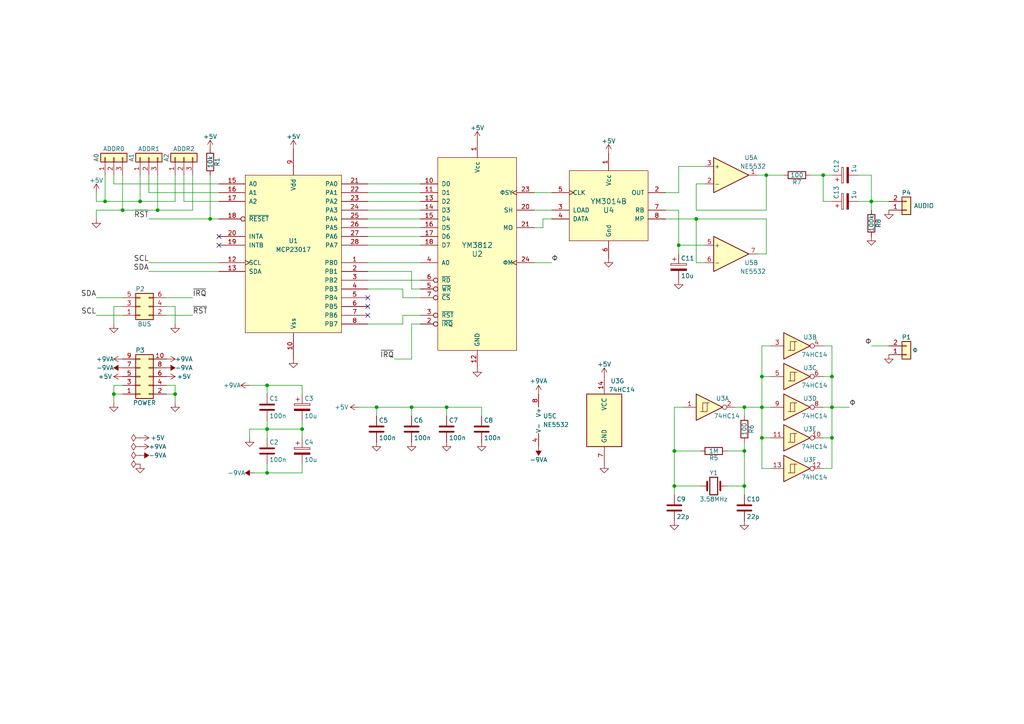
<source format=kicad_sch>
(kicad_sch (version 20211123) (generator eeschema)
  (paper "A4")
  (lib_symbols
    (symbol "74xx:74HC14" (pin_names (offset 1.016))
      (property "Reference" "U" (at 0 1.27 0))
      (property "Value" "74HC14" (at 0 -1.27 0))
      (symbol "74HC14_1_0"
        (polyline (pts (xy -3.81 3.81) (xy -3.81 -3.81) (xy 3.81 0) (xy -3.81 3.81)) (stroke (width 0.254)) (fill (type background)))
        (pin input line (at -7.62 0 0) (length 3.81) (name "~") (number "1"))
        (pin output inverted (at 7.62 0 180) (length 3.81) (name "~") (number "2"))
      )
      (symbol "74HC14_1_1"
        (polyline (pts (xy -1.905 -1.27) (xy -1.905 1.27) (xy -0.635 1.27)))
        (polyline (pts (xy -2.54 -1.27) (xy -0.635 -1.27) (xy -0.635 1.27) (xy 0 1.27)))
      )
      (symbol "74HC14_2_0"
        (polyline (pts (xy -3.81 3.81) (xy -3.81 -3.81) (xy 3.81 0) (xy -3.81 3.81)) (stroke (width 0.254)) (fill (type background)))
        (pin input line (at -7.62 0 0) (length 3.81) (name "~") (number "3"))
        (pin output inverted (at 7.62 0 180) (length 3.81) (name "~") (number "4"))
      )
      (symbol "74HC14_2_1"
        (polyline (pts (xy -1.905 -1.27) (xy -1.905 1.27) (xy -0.635 1.27)))
        (polyline (pts (xy -2.54 -1.27) (xy -0.635 -1.27) (xy -0.635 1.27) (xy 0 1.27)))
      )
      (symbol "74HC14_3_0"
        (polyline (pts (xy -3.81 3.81) (xy -3.81 -3.81) (xy 3.81 0) (xy -3.81 3.81)) (stroke (width 0.254)) (fill (type background)))
        (pin input line (at -7.62 0 0) (length 3.81) (name "~") (number "5"))
        (pin output inverted (at 7.62 0 180) (length 3.81) (name "~") (number "6"))
      )
      (symbol "74HC14_3_1"
        (polyline (pts (xy -1.905 -1.27) (xy -1.905 1.27) (xy -0.635 1.27)))
        (polyline (pts (xy -2.54 -1.27) (xy -0.635 -1.27) (xy -0.635 1.27) (xy 0 1.27)))
      )
      (symbol "74HC14_4_0"
        (polyline (pts (xy -3.81 3.81) (xy -3.81 -3.81) (xy 3.81 0) (xy -3.81 3.81)) (stroke (width 0.254)) (fill (type background)))
        (pin output inverted (at 7.62 0 180) (length 3.81) (name "~") (number "8"))
        (pin input line (at -7.62 0 0) (length 3.81) (name "~") (number "9"))
      )
      (symbol "74HC14_4_1"
        (polyline (pts (xy -1.905 -1.27) (xy -1.905 1.27) (xy -0.635 1.27)))
        (polyline (pts (xy -2.54 -1.27) (xy -0.635 -1.27) (xy -0.635 1.27) (xy 0 1.27)))
      )
      (symbol "74HC14_5_0"
        (polyline (pts (xy -3.81 3.81) (xy -3.81 -3.81) (xy 3.81 0) (xy -3.81 3.81)) (stroke (width 0.254)) (fill (type background)))
        (pin output inverted (at 7.62 0 180) (length 3.81) (name "~") (number "10"))
        (pin input line (at -7.62 0 0) (length 3.81) (name "~") (number "11"))
      )
      (symbol "74HC14_5_1"
        (polyline (pts (xy -1.905 -1.27) (xy -1.905 1.27) (xy -0.635 1.27)))
        (polyline (pts (xy -2.54 -1.27) (xy -0.635 -1.27) (xy -0.635 1.27) (xy 0 1.27)))
      )
      (symbol "74HC14_6_0"
        (polyline (pts (xy -3.81 3.81) (xy -3.81 -3.81) (xy 3.81 0) (xy -3.81 3.81)) (stroke (width 0.254)) (fill (type background)))
        (pin output inverted (at 7.62 0 180) (length 3.81) (name "~") (number "12"))
        (pin input line (at -7.62 0 0) (length 3.81) (name "~") (number "13"))
      )
      (symbol "74HC14_6_1"
        (polyline (pts (xy -1.905 -1.27) (xy -1.905 1.27) (xy -0.635 1.27)))
        (polyline (pts (xy -2.54 -1.27) (xy -0.635 -1.27) (xy -0.635 1.27) (xy 0 1.27)))
      )
      (symbol "74HC14_7_0"
        (pin power_in line (at 0 12.7 270) (length 5.08) (name "VCC") (number "14"))
        (pin power_in line (at 0 -12.7 90) (length 5.08) (name "GND") (number "7"))
      )
      (symbol "74HC14_7_1"
        (rectangle (start -5.08 7.62) (end 5.08 -7.62) (stroke (width 0.254)) (fill (type background)))
      )
    )
    (symbol "Amplifier_Operational:NE5532" (pin_names (offset 0.127))
      (property "Reference" "U" (at 0 5.08 0))
      (property "Value" "NE5532" (at 0 -5.08 0))
      (symbol "NE5532_1_1"
        (polyline (pts (xy -5.08 5.08) (xy 5.08 0) (xy -5.08 -5.08) (xy -5.08 5.08)) (stroke (width 0.254)) (fill (type background)))
        (pin output line (at 7.62 0 180) (length 2.54) (name "~") (number "1"))
        (pin input line (at -7.62 -2.54 0) (length 2.54) (name "-") (number "2"))
        (pin input line (at -7.62 2.54 0) (length 2.54) (name "+") (number "3"))
      )
      (symbol "NE5532_2_1"
        (polyline (pts (xy -5.08 5.08) (xy 5.08 0) (xy -5.08 -5.08) (xy -5.08 5.08)) (stroke (width 0.254)) (fill (type background)))
        (pin input line (at -7.62 2.54 0) (length 2.54) (name "+") (number "5"))
        (pin input line (at -7.62 -2.54 0) (length 2.54) (name "-") (number "6"))
        (pin output line (at 7.62 0 180) (length 2.54) (name "~") (number "7"))
      )
      (symbol "NE5532_3_1"
        (pin power_in line (at -2.54 -7.62 90) (length 3.81) (name "V-") (number "4"))
        (pin power_in line (at -2.54 7.62 270) (length 3.81) (name "V+") (number "8"))
      )
    )
    (symbol "Connector_Generic:Conn_01x02" (pin_names (offset 1.016) hide)
      (property "Reference" "J" (at 0 2.54 0))
      (property "Value" "Conn_01x02" (at 0 -5.08 0))
      (symbol "Conn_01x02_1_1"
        (rectangle (start -1.27 -2.413) (end 0 -2.667) (stroke (width 0.1524)))
        (rectangle (start -1.27 0.127) (end 0 -0.127) (stroke (width 0.1524)))
        (rectangle (start -1.27 1.27) (end 1.27 -3.81) (stroke (width 0.254)) (fill (type background)))
        (pin passive line (at -5.08 0 0) (length 3.81) (name "Pin_1") (number "1"))
        (pin passive line (at -5.08 -2.54 0) (length 3.81) (name "Pin_2") (number "2"))
      )
    )
    (symbol "Connector_Generic:Conn_01x03" (pin_names (offset 1.016) hide)
      (property "Reference" "J" (at 0 5.08 0))
      (property "Value" "Conn_01x03" (at 0 -5.08 0))
      (symbol "Conn_01x03_1_1"
        (rectangle (start -1.27 -2.413) (end 0 -2.667) (stroke (width 0.1524)))
        (rectangle (start -1.27 0.127) (end 0 -0.127) (stroke (width 0.1524)))
        (rectangle (start -1.27 2.667) (end 0 2.413) (stroke (width 0.1524)))
        (rectangle (start -1.27 3.81) (end 1.27 -3.81) (stroke (width 0.254)) (fill (type background)))
        (pin passive line (at -5.08 2.54 0) (length 3.81) (name "Pin_1") (number "1"))
        (pin passive line (at -5.08 0 0) (length 3.81) (name "Pin_2") (number "2"))
        (pin passive line (at -5.08 -2.54 0) (length 3.81) (name "Pin_3") (number "3"))
      )
    )
    (symbol "Connector_Generic:Conn_02x03_Odd_Even" (pin_names (offset 1.016) hide)
      (property "Reference" "J" (at 1.27 5.08 0))
      (property "Value" "Conn_02x03_Odd_Even" (at 1.27 -5.08 0))
      (symbol "Conn_02x03_Odd_Even_1_1"
        (rectangle (start -1.27 -2.413) (end 0 -2.667) (stroke (width 0.1524)))
        (rectangle (start -1.27 0.127) (end 0 -0.127) (stroke (width 0.1524)))
        (rectangle (start -1.27 2.667) (end 0 2.413) (stroke (width 0.1524)))
        (rectangle (start -1.27 3.81) (end 3.81 -3.81) (stroke (width 0.254)) (fill (type background)))
        (rectangle (start 3.81 -2.413) (end 2.54 -2.667) (stroke (width 0.1524)))
        (rectangle (start 3.81 0.127) (end 2.54 -0.127) (stroke (width 0.1524)))
        (rectangle (start 3.81 2.667) (end 2.54 2.413) (stroke (width 0.1524)))
        (pin passive line (at -5.08 2.54 0) (length 3.81) (name "Pin_1") (number "1"))
        (pin passive line (at 7.62 2.54 180) (length 3.81) (name "Pin_2") (number "2"))
        (pin passive line (at -5.08 0 0) (length 3.81) (name "Pin_3") (number "3"))
        (pin passive line (at 7.62 0 180) (length 3.81) (name "Pin_4") (number "4"))
        (pin passive line (at -5.08 -2.54 0) (length 3.81) (name "Pin_5") (number "5"))
        (pin passive line (at 7.62 -2.54 180) (length 3.81) (name "Pin_6") (number "6"))
      )
    )
    (symbol "Connector_Generic:Conn_02x05_Odd_Even" (pin_names (offset 1.016) hide)
      (property "Reference" "J" (at 1.27 7.62 0))
      (property "Value" "Conn_02x05_Odd_Even" (at 1.27 -7.62 0))
      (symbol "Conn_02x05_Odd_Even_1_1"
        (rectangle (start -1.27 -4.953) (end 0 -5.207) (stroke (width 0.1524)))
        (rectangle (start -1.27 -2.413) (end 0 -2.667) (stroke (width 0.1524)))
        (rectangle (start -1.27 0.127) (end 0 -0.127) (stroke (width 0.1524)))
        (rectangle (start -1.27 2.667) (end 0 2.413) (stroke (width 0.1524)))
        (rectangle (start -1.27 5.207) (end 0 4.953) (stroke (width 0.1524)))
        (rectangle (start -1.27 6.35) (end 3.81 -6.35) (stroke (width 0.254)) (fill (type background)))
        (rectangle (start 3.81 -4.953) (end 2.54 -5.207) (stroke (width 0.1524)))
        (rectangle (start 3.81 -2.413) (end 2.54 -2.667) (stroke (width 0.1524)))
        (rectangle (start 3.81 0.127) (end 2.54 -0.127) (stroke (width 0.1524)))
        (rectangle (start 3.81 2.667) (end 2.54 2.413) (stroke (width 0.1524)))
        (rectangle (start 3.81 5.207) (end 2.54 4.953) (stroke (width 0.1524)))
        (pin passive line (at -5.08 5.08 0) (length 3.81) (name "Pin_1") (number "1"))
        (pin passive line (at 7.62 -5.08 180) (length 3.81) (name "Pin_10") (number "10"))
        (pin passive line (at 7.62 5.08 180) (length 3.81) (name "Pin_2") (number "2"))
        (pin passive line (at -5.08 2.54 0) (length 3.81) (name "Pin_3") (number "3"))
        (pin passive line (at 7.62 2.54 180) (length 3.81) (name "Pin_4") (number "4"))
        (pin passive line (at -5.08 0 0) (length 3.81) (name "Pin_5") (number "5"))
        (pin passive line (at 7.62 0 180) (length 3.81) (name "Pin_6") (number "6"))
        (pin passive line (at -5.08 -2.54 0) (length 3.81) (name "Pin_7") (number "7"))
        (pin passive line (at 7.62 -2.54 180) (length 3.81) (name "Pin_8") (number "8"))
        (pin passive line (at -5.08 -5.08 0) (length 3.81) (name "Pin_9") (number "9"))
      )
    )
    (symbol "Device:C" (pin_numbers hide) (pin_names (offset 0.254))
      (property "Reference" "C" (at 0.635 2.54 0))
      (property "Value" "C" (at 0.635 -2.54 0))
      (symbol "C_0_1"
        (polyline (pts (xy -2.032 -0.762) (xy 2.032 -0.762)) (stroke (width 0.508)))
        (polyline (pts (xy -2.032 0.762) (xy 2.032 0.762)) (stroke (width 0.508)))
      )
      (symbol "C_1_1"
        (pin passive line (at 0 3.81 270) (length 2.794) (name "~") (number "1"))
        (pin passive line (at 0 -3.81 90) (length 2.794) (name "~") (number "2"))
      )
    )
    (symbol "Device:C_Polarized" (pin_numbers hide) (pin_names (offset 0.254))
      (property "Reference" "C" (at 0.635 2.54 0))
      (property "Value" "C_Polarized" (at 0.635 -2.54 0))
      (symbol "C_Polarized_0_1"
        (rectangle (start -2.286 0.508) (end 2.286 1.016))
        (polyline (pts (xy -1.778 2.286) (xy -0.762 2.286)))
        (polyline (pts (xy -1.27 2.794) (xy -1.27 1.778)))
        (rectangle (start 2.286 -0.508) (end -2.286 -1.016) (fill (type outline)))
      )
      (symbol "C_Polarized_1_1"
        (pin passive line (at 0 3.81 270) (length 2.794) (name "~") (number "1"))
        (pin passive line (at 0 -3.81 90) (length 2.794) (name "~") (number "2"))
      )
    )
    (symbol "Device:Crystal" (pin_numbers hide) (pin_names (offset 1.016) hide)
      (property "Reference" "Y" (at 0 3.81 0))
      (property "Value" "Crystal" (at 0 -3.81 0))
      (symbol "Crystal_0_1"
        (rectangle (start -1.143 2.54) (end 1.143 -2.54) (stroke (width 0.3048)))
        (polyline (pts (xy -2.54 0) (xy -1.905 0)))
        (polyline (pts (xy -1.905 -1.27) (xy -1.905 1.27)) (stroke (width 0.508)))
        (polyline (pts (xy 1.905 -1.27) (xy 1.905 1.27)) (stroke (width 0.508)))
        (polyline (pts (xy 2.54 0) (xy 1.905 0)))
      )
      (symbol "Crystal_1_1"
        (pin passive line (at -3.81 0 0) (length 1.27) (name "1") (number "1"))
        (pin passive line (at 3.81 0 180) (length 1.27) (name "2") (number "2"))
      )
    )
    (symbol "Device:R" (pin_numbers hide) (pin_names (offset 0))
      (property "Reference" "R" (at 2.032 0 90))
      (property "Value" "R" (at 0 0 90))
      (symbol "R_0_1"
        (rectangle (start -1.016 -2.54) (end 1.016 2.54) (stroke (width 0.254)))
      )
      (symbol "R_1_1"
        (pin passive line (at 0 3.81 270) (length 1.27) (name "~") (number "1"))
        (pin passive line (at 0 -3.81 90) (length 1.27) (name "~") (number "2"))
      )
    )
    (symbol "mcp23017:MCP23017" (pin_names (offset 1.016))
      (property "Reference" "U" (at 0 20.32 0))
      (property "Value" "MCP23017" (at 0 17.78 0))
      (symbol "MCP23017_0_1"
        (rectangle (start -13.97 -6.35) (end 13.97 39.37) (fill (type background)))
      )
      (symbol "MCP23017_1_1"
        (pin tri_state line (at 21.59 13.97 180) (length 7.62) (name "PB0") (number "1"))
        (pin power_in line (at 0 -13.97 90) (length 7.62) (name "Vss") (number "10"))
        (pin no_connect line (at -17.78 6.35 0) (length 5.08) hide (name "~") (number "11"))
        (pin input clock (at -21.59 13.97 0) (length 7.62) (name "SCL") (number "12"))
        (pin bidirectional line (at -21.59 11.43 0) (length 7.62) (name "SDA") (number "13"))
        (pin no_connect line (at -17.78 3.81 0) (length 5.08) hide (name "~") (number "14"))
        (pin input line (at -21.59 36.83 0) (length 7.62) (name "A0") (number "15"))
        (pin input line (at -21.59 34.29 0) (length 7.62) (name "A1") (number "16"))
        (pin input line (at -21.59 31.75 0) (length 7.62) (name "A2") (number "17"))
        (pin input inverted (at -21.59 26.67 0) (length 7.62) (name "~{RESET}") (number "18"))
        (pin output line (at -21.59 19.05 0) (length 7.62) (name "INTB") (number "19"))
        (pin tri_state line (at 21.59 11.43 180) (length 7.62) (name "PB1") (number "2"))
        (pin output line (at -21.59 21.59 0) (length 7.62) (name "INTA") (number "20"))
        (pin tri_state line (at 21.59 36.83 180) (length 7.62) (name "PA0") (number "21"))
        (pin tri_state line (at 21.59 34.29 180) (length 7.62) (name "PA1") (number "22"))
        (pin tri_state line (at 21.59 31.75 180) (length 7.62) (name "PA2") (number "23"))
        (pin tri_state line (at 21.59 29.21 180) (length 7.62) (name "PA3") (number "24"))
        (pin tri_state line (at 21.59 26.67 180) (length 7.62) (name "PA4") (number "25"))
        (pin tri_state line (at 21.59 24.13 180) (length 7.62) (name "PA5") (number "26"))
        (pin tri_state line (at 21.59 21.59 180) (length 7.62) (name "PA6") (number "27"))
        (pin tri_state line (at 21.59 19.05 180) (length 7.62) (name "PA7") (number "28"))
        (pin tri_state line (at 21.59 8.89 180) (length 7.62) (name "PB2") (number "3"))
        (pin tri_state line (at 21.59 6.35 180) (length 7.62) (name "PB3") (number "4"))
        (pin tri_state line (at 21.59 3.81 180) (length 7.62) (name "PB4") (number "5"))
        (pin tri_state line (at 21.59 1.27 180) (length 7.62) (name "PB5") (number "6"))
        (pin tri_state line (at 21.59 -1.27 180) (length 7.62) (name "PB6") (number "7"))
        (pin tri_state line (at 21.59 -3.81 180) (length 7.62) (name "PB7") (number "8"))
        (pin power_in line (at 0 46.99 270) (length 7.62) (name "Vdd") (number "9"))
      )
    )
    (symbol "power:+5V" (power) (pin_names (offset 0))
      (property "Value" "+5V" (at 0 3.556 0))
      (symbol "+5V_0_1"
        (polyline (pts (xy -0.762 1.27) (xy 0 2.54)))
        (polyline (pts (xy 0 0) (xy 0 2.54)))
        (polyline (pts (xy 0 2.54) (xy 0.762 1.27)))
      )
      (symbol "+5V_1_1"
        (pin power_in line (at 0 0 90) (length 0) hide (name "+5V") (number "1"))
      )
    )
    (symbol "power:+9VA" (power) (pin_names (offset 0))
      (property "Value" "+9VA" (at 0 3.81 0))
      (symbol "+9VA_0_1"
        (polyline (pts (xy -0.762 1.27) (xy 0 2.54)))
        (polyline (pts (xy 0 0) (xy 0 2.54)))
        (polyline (pts (xy 0 2.54) (xy 0.762 1.27)))
      )
      (symbol "+9VA_1_1"
        (pin power_in line (at 0 0 90) (length 0) hide (name "+9VA") (number "1"))
      )
    )
    (symbol "power:-9VA" (power) (pin_names (offset 0))
      (property "Value" "-9VA" (at 0 3.81 0))
      (symbol "-9VA_0_1"
        (polyline (pts (xy 0 0) (xy 0 2.54)))
        (polyline (pts (xy 0.762 1.27) (xy -0.762 1.27) (xy 0 2.54) (xy 0.762 1.27)) (fill (type outline)))
      )
      (symbol "-9VA_1_1"
        (pin power_in line (at 0 0 90) (length 0) hide (name "-9VA") (number "1"))
      )
    )
    (symbol "power:GND" (power) (pin_names (offset 0))
      (property "Value" "GND" (at 0 -3.81 0))
      (symbol "GND_0_1"
        (polyline (pts (xy 0 0) (xy 0 -1.27) (xy 1.27 -1.27) (xy 0 -2.54) (xy -1.27 -1.27) (xy 0 -1.27)))
      )
      (symbol "GND_1_1"
        (pin power_in line (at 0 0 270) (length 0) hide (name "GND") (number "1"))
      )
    )
    (symbol "power:PWR_FLAG" (power) (pin_numbers hide) (pin_names (offset 0) hide)
      (property "Value" "PWR_FLAG" (at 0 3.81 0))
      (symbol "PWR_FLAG_0_0"
        (pin power_out line (at 0 0 90) (length 0) (name "pwr") (number "1"))
      )
      (symbol "PWR_FLAG_0_1"
        (polyline (pts (xy 0 0) (xy 0 1.27) (xy -1.016 1.905) (xy 0 2.54) (xy 1.016 1.905) (xy 0 1.27)))
      )
    )
    (symbol "ym3014b:YM3014B" (pin_names (offset 1.016))
      (property "Reference" "U" (at -6.35 -1.27 0))
      (property "Value" "YM3014B" (at -6.35 1.27 0))
      (symbol "YM3014B_0_1"
        (rectangle (start -17.78 10.16) (end 5.08 -10.16) (fill (type background)))
      )
      (symbol "YM3014B_1_1"
        (pin power_in line (at -6.35 15.24 270) (length 5.08) (name "Vcc") (number "1"))
        (pin output line (at 10.16 3.81 180) (length 5.08) (name "OUT") (number "2"))
        (pin input line (at -22.86 -1.27 0) (length 5.08) (name "LOAD") (number "3"))
        (pin input line (at -22.86 -3.81 0) (length 5.08) (name "DATA") (number "4"))
        (pin input clock (at -22.86 3.81 0) (length 5.08) (name "CLK") (number "5"))
        (pin power_in line (at -6.35 -15.24 90) (length 5.08) (name "Gnd") (number "6"))
        (pin output line (at 10.16 -1.27 180) (length 5.08) (name "RB") (number "7"))
        (pin input line (at 10.16 -3.81 180) (length 5.08) (name "MP") (number "8"))
      )
    )
    (symbol "ym3812:YM3812" (pin_names (offset 1.016))
      (property "Reference" "U" (at 0 -11.43 0))
      (property "Value" "YM3812" (at 0 -8.89 0))
      (symbol "YM3812_0_1"
        (rectangle (start -11.43 16.51) (end 11.43 -39.37) (fill (type background)))
      )
      (symbol "YM3812_1_1"
        (pin power_in line (at 0 21.59 270) (length 5.08) (name "Vcc") (number "1"))
        (pin tri_state line (at -16.51 8.89 0) (length 5.08) (name "D0") (number "10"))
        (pin tri_state line (at -16.51 6.35 0) (length 5.08) (name "D1") (number "11"))
        (pin power_in line (at 0 -44.45 90) (length 5.08) (name "GND") (number "12"))
        (pin tri_state line (at -16.51 3.81 0) (length 5.08) (name "D2") (number "13"))
        (pin tri_state line (at -16.51 1.27 0) (length 5.08) (name "D3") (number "14"))
        (pin tri_state line (at -16.51 -1.27 0) (length 5.08) (name "D4") (number "15"))
        (pin tri_state line (at -16.51 -3.81 0) (length 5.08) (name "D5") (number "16"))
        (pin tri_state line (at -16.51 -6.35 0) (length 5.08) (name "D6") (number "17"))
        (pin tri_state line (at -16.51 -8.89 0) (length 5.08) (name "D7") (number "18"))
        (pin output inverted (at -16.51 -31.75 0) (length 5.08) (name "~{IRQ}") (number "2"))
        (pin output line (at 16.51 1.27 180) (length 5.08) (name "SH") (number "20"))
        (pin output line (at 16.51 -3.81 180) (length 5.08) (name "MO") (number "21"))
        (pin output clock (at 16.51 6.35 180) (length 5.08) (name "ΦSY") (number "23"))
        (pin input clock (at 16.51 -13.97 180) (length 5.08) (name "ΦM") (number "24"))
        (pin input inverted (at -16.51 -29.21 0) (length 5.08) (name "~{RST}") (number "3"))
        (pin input line (at -16.51 -13.97 0) (length 5.08) (name "A0") (number "4"))
        (pin input inverted (at -16.51 -21.59 0) (length 5.08) (name "~{WR}") (number "5"))
        (pin input inverted (at -16.51 -19.05 0) (length 5.08) (name "~{RD}") (number "6"))
        (pin input inverted (at -16.51 -24.13 0) (length 5.08) (name "~{CS}") (number "7"))
        (pin no_connect line (at 15.24 -29.21 180) (length 5.08) hide (name "~") (number "8"))
        (pin no_connect line (at 15.24 -31.75 180) (length 5.08) hide (name "~") (number "9"))
      )
    )
  )
  (junction (at 238.76 50.8))
  (junction (at 222.25 50.8))
  (junction (at 252.73 58.42))
  (junction (at 60.96 63.5))
  (junction (at 35.56 60.96))
  (junction (at 241.3 109.22))
  (junction (at 40.64 58.42))
  (junction (at 220.98 127))
  (junction (at 201.93 63.5))
  (junction (at 215.9 130.81))
  (junction (at 109.22 118.11))
  (junction (at 241.3 118.11))
  (junction (at 195.58 130.81))
  (junction (at 196.85 71.12))
  (junction (at 195.58 140.97))
  (junction (at 77.47 111.76))
  (junction (at 77.47 137.16))
  (junction (at 119.38 118.11))
  (junction (at 45.72 60.96))
  (junction (at 50.8 114.3))
  (junction (at 129.54 118.11))
  (junction (at 215.9 118.11))
  (junction (at 241.3 127))
  (junction (at 220.98 109.22))
  (junction (at 33.02 114.3))
  (junction (at 215.9 140.97))
  (junction (at 87.63 124.46))
  (junction (at 77.47 124.46))
  (junction (at 30.48 58.42))
  (junction (at 220.98 118.11))
  (no_connect (at 63.5 71.12))
  (no_connect (at 106.68 91.44))
  (no_connect (at 63.5 68.58))
  (no_connect (at 106.68 88.9))
  (no_connect (at 106.68 86.36))
  (wire (pts (xy 72.39 111.76) (xy 77.47 111.76)))
  (wire (pts (xy 77.47 124.46) (xy 77.47 127)))
  (wire (pts (xy 241.3 118.11) (xy 241.3 127)))
  (wire (pts (xy 40.64 50.8) (xy 40.64 58.42)))
  (wire (pts (xy 222.25 63.5) (xy 201.93 63.5)))
  (wire (pts (xy 48.26 88.9) (xy 50.8 88.9)))
  (wire (pts (xy 210.82 130.81) (xy 215.9 130.81)))
  (wire (pts (xy 87.63 124.46) (xy 87.63 127)))
  (wire (pts (xy 72.39 124.46) (xy 72.39 127)))
  (wire (pts (xy 119.38 120.65) (xy 119.38 118.11)))
  (wire (pts (xy 213.36 118.11) (xy 215.9 118.11)))
  (wire (pts (xy 106.68 93.98) (xy 116.84 93.98)))
  (wire (pts (xy 252.73 58.42) (xy 252.73 60.96)))
  (wire (pts (xy 222.25 50.8) (xy 222.25 60.96)))
  (wire (pts (xy 195.58 140.97) (xy 203.2 140.97)))
  (wire (pts (xy 241.3 109.22) (xy 241.3 118.11)))
  (wire (pts (xy 35.56 91.44) (xy 27.94 91.44)))
  (wire (pts (xy 160.02 60.96) (xy 154.94 60.96)))
  (wire (pts (xy 195.58 118.11) (xy 195.58 130.81)))
  (wire (pts (xy 48.26 91.44) (xy 55.88 91.44)))
  (wire (pts (xy 204.47 76.2) (xy 201.93 76.2)))
  (wire (pts (xy 201.93 63.5) (xy 193.04 63.5)))
  (wire (pts (xy 223.52 109.22) (xy 220.98 109.22)))
  (wire (pts (xy 27.94 60.96) (xy 35.56 60.96)))
  (wire (pts (xy 60.96 63.5) (xy 63.5 63.5)))
  (wire (pts (xy 43.18 55.88) (xy 63.5 55.88)))
  (wire (pts (xy 109.22 120.65) (xy 109.22 118.11)))
  (wire (pts (xy 195.58 140.97) (xy 195.58 143.51)))
  (wire (pts (xy 48.26 114.3) (xy 50.8 114.3)))
  (wire (pts (xy 238.76 118.11) (xy 241.3 118.11)))
  (wire (pts (xy 33.02 111.76) (xy 33.02 114.3)))
  (wire (pts (xy 45.72 60.96) (xy 55.88 60.96)))
  (wire (pts (xy 157.48 66.04) (xy 157.48 63.5)))
  (wire (pts (xy 220.98 135.89) (xy 223.52 135.89)))
  (wire (pts (xy 30.48 58.42) (xy 30.48 50.8)))
  (wire (pts (xy 77.47 137.16) (xy 87.63 137.16)))
  (wire (pts (xy 43.18 50.8) (xy 43.18 55.88)))
  (wire (pts (xy 35.56 88.9) (xy 33.02 88.9)))
  (wire (pts (xy 210.82 140.97) (xy 215.9 140.97)))
  (wire (pts (xy 106.68 53.34) (xy 121.92 53.34)))
  (wire (pts (xy 238.76 58.42) (xy 238.76 50.8)))
  (wire (pts (xy 53.34 58.42) (xy 63.5 58.42)))
  (wire (pts (xy 220.98 109.22) (xy 220.98 118.11)))
  (wire (pts (xy 116.84 86.36) (xy 121.92 86.36)))
  (wire (pts (xy 222.25 60.96) (xy 201.93 60.96)))
  (wire (pts (xy 27.94 63.5) (xy 27.94 60.96)))
  (wire (pts (xy 201.93 76.2) (xy 201.93 63.5)))
  (wire (pts (xy 215.9 140.97) (xy 215.9 143.51)))
  (wire (pts (xy 106.68 71.12) (xy 121.92 71.12)))
  (wire (pts (xy 196.85 71.12) (xy 196.85 73.66)))
  (wire (pts (xy 116.84 86.36) (xy 116.84 83.82)))
  (wire (pts (xy 139.7 118.11) (xy 139.7 120.65)))
  (wire (pts (xy 196.85 60.96) (xy 196.85 71.12)))
  (wire (pts (xy 106.68 60.96) (xy 121.92 60.96)))
  (wire (pts (xy 43.18 78.74) (xy 63.5 78.74)))
  (wire (pts (xy 215.9 120.65) (xy 215.9 118.11)))
  (wire (pts (xy 50.8 114.3) (xy 50.8 116.84)))
  (wire (pts (xy 33.02 114.3) (xy 33.02 116.84)))
  (wire (pts (xy 257.81 100.33) (xy 252.73 100.33)))
  (wire (pts (xy 195.58 130.81) (xy 195.58 140.97)))
  (wire (pts (xy 30.48 58.42) (xy 40.64 58.42)))
  (wire (pts (xy 204.47 71.12) (xy 196.85 71.12)))
  (wire (pts (xy 50.8 58.42) (xy 50.8 50.8)))
  (wire (pts (xy 201.93 60.96) (xy 201.93 53.34)))
  (wire (pts (xy 219.71 50.8) (xy 222.25 50.8)))
  (wire (pts (xy 77.47 114.3) (xy 77.47 111.76)))
  (wire (pts (xy 203.2 130.81) (xy 195.58 130.81)))
  (wire (pts (xy 222.25 73.66) (xy 222.25 63.5)))
  (wire (pts (xy 53.34 50.8) (xy 53.34 58.42)))
  (wire (pts (xy 35.56 50.8) (xy 35.56 60.96)))
  (wire (pts (xy 121.92 63.5) (xy 106.68 63.5)))
  (wire (pts (xy 121.92 76.2) (xy 106.68 76.2)))
  (wire (pts (xy 43.18 63.5) (xy 60.96 63.5)))
  (wire (pts (xy 27.94 58.42) (xy 30.48 58.42)))
  (wire (pts (xy 45.72 60.96) (xy 45.72 50.8)))
  (wire (pts (xy 220.98 100.33) (xy 220.98 109.22)))
  (wire (pts (xy 223.52 127) (xy 220.98 127)))
  (wire (pts (xy 220.98 118.11) (xy 223.52 118.11)))
  (wire (pts (xy 154.94 76.2) (xy 160.02 76.2)))
  (wire (pts (xy 219.71 73.66) (xy 222.25 73.66)))
  (wire (pts (xy 87.63 111.76) (xy 87.63 114.3)))
  (wire (pts (xy 223.52 100.33) (xy 220.98 100.33)))
  (wire (pts (xy 35.56 114.3) (xy 33.02 114.3)))
  (wire (pts (xy 154.94 66.04) (xy 157.48 66.04)))
  (wire (pts (xy 116.84 91.44) (xy 121.92 91.44)))
  (wire (pts (xy 201.93 53.34) (xy 204.47 53.34)))
  (wire (pts (xy 116.84 93.98) (xy 116.84 91.44)))
  (wire (pts (xy 248.92 50.8) (xy 252.73 50.8)))
  (wire (pts (xy 234.95 50.8) (xy 238.76 50.8)))
  (wire (pts (xy 252.73 50.8) (xy 252.73 58.42)))
  (wire (pts (xy 35.56 60.96) (xy 45.72 60.96)))
  (wire (pts (xy 241.3 118.11) (xy 246.38 118.11)))
  (wire (pts (xy 220.98 118.11) (xy 220.98 127)))
  (wire (pts (xy 238.76 50.8) (xy 241.3 50.8)))
  (wire (pts (xy 119.38 118.11) (xy 129.54 118.11)))
  (wire (pts (xy 35.56 86.36) (xy 27.94 86.36)))
  (wire (pts (xy 55.88 60.96) (xy 55.88 50.8)))
  (wire (pts (xy 48.26 86.36) (xy 55.88 86.36)))
  (wire (pts (xy 119.38 93.98) (xy 119.38 104.14)))
  (wire (pts (xy 104.14 118.11) (xy 109.22 118.11)))
  (wire (pts (xy 77.47 134.62) (xy 77.47 137.16)))
  (wire (pts (xy 35.56 111.76) (xy 33.02 111.76)))
  (wire (pts (xy 241.3 58.42) (xy 238.76 58.42)))
  (wire (pts (xy 198.12 118.11) (xy 195.58 118.11)))
  (wire (pts (xy 72.39 124.46) (xy 77.47 124.46)))
  (wire (pts (xy 77.47 121.92) (xy 77.47 124.46)))
  (wire (pts (xy 33.02 53.34) (xy 63.5 53.34)))
  (wire (pts (xy 215.9 128.27) (xy 215.9 130.81)))
  (wire (pts (xy 222.25 50.8) (xy 227.33 50.8)))
  (wire (pts (xy 196.85 55.88) (xy 193.04 55.88)))
  (wire (pts (xy 27.94 58.42) (xy 27.94 55.88)))
  (wire (pts (xy 215.9 118.11) (xy 220.98 118.11)))
  (wire (pts (xy 241.3 127) (xy 241.3 135.89)))
  (wire (pts (xy 87.63 121.92) (xy 87.63 124.46)))
  (wire (pts (xy 43.18 76.2) (xy 63.5 76.2)))
  (wire (pts (xy 119.38 83.82) (xy 119.38 78.74)))
  (wire (pts (xy 106.68 55.88) (xy 121.92 55.88)))
  (wire (pts (xy 215.9 130.81) (xy 215.9 140.97)))
  (wire (pts (xy 157.48 63.5) (xy 160.02 63.5)))
  (wire (pts (xy 119.38 104.14) (xy 114.3 104.14)))
  (wire (pts (xy 60.96 50.8) (xy 60.96 63.5)))
  (wire (pts (xy 48.26 111.76) (xy 50.8 111.76)))
  (wire (pts (xy 121.92 83.82) (xy 119.38 83.82)))
  (wire (pts (xy 77.47 124.46) (xy 87.63 124.46)))
  (wire (pts (xy 106.68 66.04) (xy 121.92 66.04)))
  (wire (pts (xy 33.02 88.9) (xy 33.02 93.98)))
  (wire (pts (xy 154.94 55.88) (xy 160.02 55.88)))
  (wire (pts (xy 220.98 127) (xy 220.98 135.89)))
  (wire (pts (xy 121.92 58.42) (xy 106.68 58.42)))
  (wire (pts (xy 248.92 58.42) (xy 252.73 58.42)))
  (wire (pts (xy 33.02 50.8) (xy 33.02 53.34)))
  (wire (pts (xy 204.47 48.26) (xy 196.85 48.26)))
  (wire (pts (xy 119.38 78.74) (xy 106.68 78.74)))
  (wire (pts (xy 196.85 48.26) (xy 196.85 55.88)))
  (wire (pts (xy 73.66 137.16) (xy 77.47 137.16)))
  (wire (pts (xy 238.76 127) (xy 241.3 127)))
  (wire (pts (xy 241.3 100.33) (xy 241.3 109.22)))
  (wire (pts (xy 116.84 83.82) (xy 106.68 83.82)))
  (wire (pts (xy 121.92 68.58) (xy 106.68 68.58)))
  (wire (pts (xy 106.68 81.28) (xy 121.92 81.28)))
  (wire (pts (xy 129.54 120.65) (xy 129.54 118.11)))
  (wire (pts (xy 238.76 100.33) (xy 241.3 100.33)))
  (wire (pts (xy 50.8 88.9) (xy 50.8 93.98)))
  (wire (pts (xy 87.63 137.16) (xy 87.63 134.62)))
  (wire (pts (xy 119.38 93.98) (xy 121.92 93.98)))
  (wire (pts (xy 193.04 60.96) (xy 196.85 60.96)))
  (wire (pts (xy 129.54 118.11) (xy 139.7 118.11)))
  (wire (pts (xy 50.8 111.76) (xy 50.8 114.3)))
  (wire (pts (xy 40.64 58.42) (xy 50.8 58.42)))
  (wire (pts (xy 109.22 118.11) (xy 119.38 118.11)))
  (wire (pts (xy 77.47 111.76) (xy 87.63 111.76)))
  (wire (pts (xy 238.76 109.22) (xy 241.3 109.22)))
  (wire (pts (xy 241.3 135.89) (xy 238.76 135.89)))
  (wire (pts (xy 252.73 58.42) (xy 257.81 58.42)))
  (label "SCL" (at 27.94 91.44 180) (effects (font (size 1.524 1.524))))
  (label "SCL" (at 43.18 76.2 180) (effects (font (size 1.524 1.524))))
  (label "Φ" (at 160.02 76.2 0) (effects (font (size 1.524 1.524))))
  (label "~{RST}" (at 55.88 91.44 0) (effects (font (size 1.524 1.524))))
  (label "Φ" (at 246.38 118.11 0) (effects (font (size 1.524 1.524))))
  (label "Φ" (at 252.73 100.33 180) (effects (font (size 1.524 1.524))))
  (label "SDA" (at 27.94 86.36 180) (effects (font (size 1.524 1.524))))
  (label "~{RST}" (at 43.18 63.5 180) (effects (font (size 1.524 1.524))))
  (label "SDA" (at 43.18 78.74 180) (effects (font (size 1.524 1.524))))
  (label "~{IRQ}" (at 55.88 86.36 0) (effects (font (size 1.524 1.524))))
  (label "~{IRQ}" (at 114.3 104.14 180) (effects (font (size 1.524 1.524))))
  (symbol (lib_id "ym3014b:YM3014B") (at 182.88 59.69 0) (unit 1)
    (property "Reference" "U4" (at 176.53 60.96 0) (effects (font (size 1.524 1.524))))
    (property "Value" "YM3014B" (at 176.53 58.42 0) (effects (font (size 1.524 1.524))))
    (property "Footprint" "Package_DIP:DIP-8_W7.62mm" (effects hide))
  )
  (symbol (lib_id "power:GND") (at 176.53 74.93 0) (unit 1)
    (property "Reference" "#PWR01" (effects hide))
    (property "Value" "GND" (effects hide))
  )
  (symbol (lib_id "power:GND") (at 138.43 106.68 0) (unit 1)
    (property "Reference" "#PWR02" (effects hide))
    (property "Value" "GND" (effects hide))
  )
  (symbol (lib_id "power:+5V") (at 138.43 40.64 0) (unit 1)
    (property "Reference" "#PWR03" (effects hide))
    (property "Value" "+5V" (at 138.43 37.084 0))
  )
  (symbol (lib_id "power:+5V") (at 176.53 44.45 0) (unit 1)
    (property "Reference" "#PWR04" (effects hide))
    (property "Value" "+5V" (at 176.53 40.894 0))
  )
  (symbol (lib_id "mcp23017:MCP23017") (at 85.09 90.17 0) (unit 1)
    (property "Reference" "U1" (at 85.09 69.85 0))
    (property "Value" "MCP23017" (at 85.09 72.39 0))
    (property "Footprint" "Package_DIP:DIP-28_W7.62mm" (effects hide))
  )
  (symbol (lib_id "power:GND") (at 85.09 104.14 0) (unit 1)
    (property "Reference" "#PWR05" (effects hide))
    (property "Value" "GND" (effects hide))
  )
  (symbol (lib_id "power:+5V") (at 85.09 43.18 0) (unit 1)
    (property "Reference" "#PWR06" (effects hide))
    (property "Value" "+5V" (at 85.09 39.624 0))
  )
  (symbol (lib_id "Amplifier_Operational:NE5532") (at 212.09 50.8 0) (unit 1)
    (property "Reference" "U5" (at 215.9 45.72 0) (effects (justify left)))
    (property "Value" "NE5532" (at 214.63 48.26 0) (effects (justify left)))
    (property "Footprint" "Package_DIP:DIP-8_W7.62mm" (effects hide))
    (property "Datasheet" "http://www.ti.com/lit/ds/symlink/ne5532.pdf" (effects hide))
  )
  (symbol (lib_id "Amplifier_Operational:NE5532") (at 212.09 73.66 0) (unit 2)
    (property "Reference" "U5" (at 215.9 76.2 0) (effects (justify left)))
    (property "Value" "NE5532" (at 214.63 78.74 0) (effects (justify left)))
    (property "Footprint" "Package_DIP:DIP-8_W7.62mm" (effects hide))
    (property "Datasheet" "http://www.ti.com/lit/ds/symlink/ne5532.pdf" (effects hide))
  )
  (symbol (lib_id "power:+9VA") (at 156.21 114.3 0) (unit 1)
    (property "Reference" "#PWR07" (effects hide))
    (property "Value" "+9VA" (at 156.21 110.49 0))
  )
  (symbol (lib_id "power:-9VA") (at 156.21 129.54 180) (unit 1)
    (property "Reference" "#PWR08" (effects hide))
    (property "Value" "-9VA" (at 156.21 133.35 0))
  )
  (symbol (lib_id "Device:C_Polarized") (at 196.85 77.47 0) (unit 1)
    (property "Reference" "C11" (at 197.485 74.93 0) (effects (justify left)))
    (property "Value" "10u" (at 197.485 80.01 0) (effects (justify left)))
    (property "Footprint" "Capacitor_THT:CP_Radial_D5.0mm_P2.50mm" (effects hide))
  )
  (symbol (lib_id "power:GND") (at 196.85 81.28 0) (unit 1)
    (property "Reference" "#PWR09" (effects hide))
    (property "Value" "GND" (effects hide))
  )
  (symbol (lib_id "Device:C_Polarized") (at 245.11 58.42 90) (unit 1)
    (property "Reference" "C13" (at 242.57 57.785 0) (effects (justify left)))
    (property "Value" "1u" (at 247.65 57.785 0) (effects (justify left)))
    (property "Footprint" "Capacitor_THT:CP_Radial_D5.0mm_P2.50mm" (effects hide))
  )
  (symbol (lib_id "Device:R") (at 252.73 64.77 0) (unit 1)
    (property "Reference" "R8" (at 254.762 64.77 90))
    (property "Value" "100k" (at 252.73 64.77 90))
    (property "Footprint" "Resistor_THT:R_Axial_DIN0204_L3.6mm_D1.6mm_P2.54mm_Vertical" (effects hide))
  )
  (symbol (lib_id "power:GND") (at 252.73 68.58 0) (unit 1)
    (property "Reference" "#PWR010" (effects hide))
    (property "Value" "GND" (effects hide))
  )
  (symbol (lib_id "Device:C_Polarized") (at 245.11 50.8 90) (unit 1)
    (property "Reference" "C12" (at 242.57 50.165 0) (effects (justify left)))
    (property "Value" "1u" (at 247.65 50.165 0) (effects (justify left)))
    (property "Footprint" "Capacitor_THT:CP_Radial_D5.0mm_P2.50mm" (effects hide))
  )
  (symbol (lib_id "Device:R") (at 231.14 50.8 270) (unit 1)
    (property "Reference" "R7" (at 231.14 52.832 90))
    (property "Value" "100" (at 231.14 50.8 90))
    (property "Footprint" "Resistor_THT:R_Axial_DIN0204_L3.6mm_D1.6mm_P2.54mm_Vertical" (effects hide))
  )
  (symbol (lib_id "Connector_Generic:Conn_01x02") (at 262.89 60.96 0) (mirror x) (unit 1)
    (property "Reference" "P4" (at 262.89 55.88 0))
    (property "Value" "AUDIO" (at 267.97 59.69 0))
    (property "Footprint" "Connector_PinHeader_2.54mm:PinHeader_1x02_P2.54mm_Vertical" (effects hide))
  )
  (symbol (lib_id "power:GND") (at 257.81 60.96 0) (unit 1)
    (property "Reference" "#PWR011" (effects hide))
    (property "Value" "GND" (effects hide))
  )
  (symbol (lib_id "power:+5V") (at 27.94 55.88 0) (unit 1)
    (property "Reference" "#PWR012" (effects hide))
    (property "Value" "+5V" (at 27.94 52.324 0))
  )
  (symbol (lib_id "power:GND") (at 27.94 63.5 0) (unit 1)
    (property "Reference" "#PWR013" (effects hide))
    (property "Value" "GND" (effects hide))
  )
  (symbol (lib_id "Connector_Generic:Conn_02x03_Odd_Even") (at 40.64 88.9 0) (mirror x) (unit 1)
    (property "Reference" "P2" (at 40.64 83.82 0))
    (property "Value" "BUS" (at 41.91 93.98 0))
    (property "Footprint" "Connector_PinHeader_2.54mm:PinHeader_2x03_P2.54mm_Vertical" (effects hide))
  )
  (symbol (lib_id "74xx:74HC14") (at 231.14 100.33 0) (unit 2)
    (property "Reference" "U3" (at 234.95 97.79 0))
    (property "Value" "74HC14" (at 236.22 102.87 0))
    (property "Footprint" "Package_DIP:DIP-14_W7.62mm" (effects hide))
    (property "Datasheet" "http://www.ti.com/lit/gpn/sn74HC14" (effects hide))
  )
  (symbol (lib_id "74xx:74HC14") (at 231.14 109.22 0) (unit 3)
    (property "Reference" "U3" (at 234.95 106.68 0))
    (property "Value" "74HC14" (at 236.22 111.76 0))
    (property "Footprint" "Package_DIP:DIP-14_W7.62mm" (effects hide))
    (property "Datasheet" "http://www.ti.com/lit/gpn/sn74HC14" (effects hide))
  )
  (symbol (lib_id "74xx:74HC14") (at 231.14 118.11 0) (unit 4)
    (property "Reference" "U3" (at 234.95 115.57 0))
    (property "Value" "74HC14" (at 236.22 120.65 0))
    (property "Footprint" "Package_DIP:DIP-14_W7.62mm" (effects hide))
    (property "Datasheet" "http://www.ti.com/lit/gpn/sn74HC14" (effects hide))
  )
  (symbol (lib_id "74xx:74HC14") (at 231.14 135.89 0) (unit 6)
    (property "Reference" "U3" (at 234.95 133.35 0))
    (property "Value" "74HC14" (at 236.22 138.43 0))
    (property "Footprint" "Package_DIP:DIP-14_W7.62mm" (effects hide))
    (property "Datasheet" "http://www.ti.com/lit/gpn/sn74HC14" (effects hide))
  )
  (symbol (lib_id "74xx:74HC14") (at 231.14 127 0) (unit 5)
    (property "Reference" "U3" (at 234.95 124.46 0))
    (property "Value" "74HC14" (at 236.22 129.54 0))
    (property "Footprint" "Package_DIP:DIP-14_W7.62mm" (effects hide))
    (property "Datasheet" "http://www.ti.com/lit/gpn/sn74HC14" (effects hide))
  )
  (symbol (lib_id "Device:R") (at 207.01 130.81 270) (unit 1)
    (property "Reference" "R5" (at 207.01 132.842 90))
    (property "Value" "1M" (at 207.01 130.81 90))
    (property "Footprint" "Resistor_THT:R_Axial_DIN0204_L3.6mm_D1.6mm_P2.54mm_Vertical" (effects hide))
  )
  (symbol (lib_id "Device:C") (at 195.58 147.32 0) (unit 1)
    (property "Reference" "C9" (at 196.215 144.78 0) (effects (justify left)))
    (property "Value" "22p" (at 196.215 149.86 0) (effects (justify left)))
    (property "Footprint" "Capacitor_THT:C_Disc_D3.0mm_W1.6mm_P2.50mm" (effects hide))
  )
  (symbol (lib_id "Device:C") (at 215.9 147.32 0) (unit 1)
    (property "Reference" "C10" (at 216.535 144.78 0) (effects (justify left)))
    (property "Value" "22p" (at 216.535 149.86 0) (effects (justify left)))
    (property "Footprint" "Capacitor_THT:C_Disc_D3.0mm_W1.6mm_P2.50mm" (effects hide))
  )
  (symbol (lib_id "Device:Crystal") (at 207.01 140.97 0) (unit 1)
    (property "Reference" "Y1" (at 207.01 137.16 0))
    (property "Value" "3.58MHz" (at 207.01 144.78 0))
    (property "Footprint" "Crystal:Crystal_HC49-U_Vertical" (effects hide))
  )
  (symbol (lib_id "Device:R") (at 215.9 124.46 0) (unit 1)
    (property "Reference" "R6" (at 217.932 124.46 90))
    (property "Value" "100" (at 215.9 124.46 90))
    (property "Footprint" "Resistor_THT:R_Axial_DIN0204_L3.6mm_D1.6mm_P2.54mm_Vertical" (effects hide))
  )
  (symbol (lib_id "power:GND") (at 195.58 151.13 0) (unit 1)
    (property "Reference" "#PWR014" (effects hide))
    (property "Value" "GND" (effects hide))
  )
  (symbol (lib_id "power:GND") (at 215.9 151.13 0) (unit 1)
    (property "Reference" "#PWR015" (effects hide))
    (property "Value" "GND" (effects hide))
  )
  (symbol (lib_id "ym3812:YM3812") (at 138.43 62.23 0) (unit 1)
    (property "Reference" "U2" (at 138.43 73.66 0) (effects (font (size 1.524 1.524))))
    (property "Value" "YM3812" (at 138.43 71.12 0) (effects (font (size 1.524 1.524))))
    (property "Footprint" "Package_DIP:DIP-24_W15.24mm" (effects hide))
  )
  (symbol (lib_id "74xx:74HC14") (at 205.74 118.11 0) (unit 1)
    (property "Reference" "U3" (at 209.55 115.57 0))
    (property "Value" "74HC14" (at 210.82 120.65 0))
    (property "Footprint" "Package_DIP:DIP-14_W7.62mm" (effects hide))
    (property "Datasheet" "http://www.ti.com/lit/gpn/sn74HC14" (effects hide))
  )
  (symbol (lib_id "power:+5V") (at 175.26 109.22 0) (unit 1)
    (property "Reference" "#PWR016" (effects hide))
    (property "Value" "+5V" (at 175.26 105.664 0))
  )
  (symbol (lib_id "power:GND") (at 175.26 134.62 0) (unit 1)
    (property "Reference" "#PWR017" (effects hide))
    (property "Value" "GND" (effects hide))
  )
  (symbol (lib_id "Device:R") (at 60.96 46.99 0) (unit 1)
    (property "Reference" "R1" (at 62.992 46.99 90))
    (property "Value" "10k" (at 60.96 46.99 90))
    (property "Footprint" "Resistor_THT:R_Axial_DIN0204_L3.6mm_D1.6mm_P2.54mm_Vertical" (effects hide))
  )
  (symbol (lib_id "power:+5V") (at 60.96 43.18 0) (unit 1)
    (property "Reference" "#PWR018" (effects hide))
    (property "Value" "+5V" (at 60.96 39.624 0))
  )
  (symbol (lib_id "Connector_Generic:Conn_02x05_Odd_Even") (at 40.64 109.22 0) (mirror x) (unit 1)
    (property "Reference" "P3" (at 40.64 101.6 0))
    (property "Value" "POWER" (at 41.91 116.84 0))
    (property "Footprint" "Connector_PinHeader_2.54mm:PinHeader_2x05_P2.54mm_Vertical" (effects hide))
  )
  (symbol (lib_id "power:+9VA") (at 35.56 104.14 90) (unit 1)
    (property "Reference" "#PWR019" (effects hide))
    (property "Value" "+9VA" (at 30.48 104.14 90))
  )
  (symbol (lib_id "power:-9VA") (at 35.56 106.68 90) (unit 1)
    (property "Reference" "#PWR020" (effects hide))
    (property "Value" "-9VA" (at 30.48 106.68 90))
  )
  (symbol (lib_id "power:+5V") (at 35.56 109.22 90) (unit 1)
    (property "Reference" "#PWR021" (effects hide))
    (property "Value" "+5V" (at 30.48 109.22 90))
  )
  (symbol (lib_id "power:GND") (at 33.02 116.84 0) (unit 1)
    (property "Reference" "#PWR022" (effects hide))
    (property "Value" "GND" (effects hide))
  )
  (symbol (lib_id "power:GND") (at 50.8 116.84 0) (unit 1)
    (property "Reference" "#PWR023" (effects hide))
    (property "Value" "GND" (effects hide))
  )
  (symbol (lib_id "Device:C") (at 109.22 124.46 0) (unit 1)
    (property "Reference" "C5" (at 109.855 121.92 0) (effects (justify left)))
    (property "Value" "100n" (at 109.855 127 0) (effects (justify left)))
    (property "Footprint" "Capacitor_THT:C_Disc_D3.0mm_W1.6mm_P2.50mm" (effects hide))
  )
  (symbol (lib_id "power:GND") (at 109.22 128.27 0) (unit 1)
    (property "Reference" "#PWR024" (effects hide))
    (property "Value" "GND" (effects hide))
  )
  (symbol (lib_id "Device:C") (at 139.7 124.46 0) (unit 1)
    (property "Reference" "C8" (at 140.335 121.92 0) (effects (justify left)))
    (property "Value" "100n" (at 140.335 127 0) (effects (justify left)))
    (property "Footprint" "Capacitor_THT:C_Disc_D3.0mm_W1.6mm_P2.50mm" (effects hide))
  )
  (symbol (lib_id "Device:C") (at 119.38 124.46 0) (unit 1)
    (property "Reference" "C6" (at 120.015 121.92 0) (effects (justify left)))
    (property "Value" "100n" (at 120.015 127 0) (effects (justify left)))
    (property "Footprint" "Capacitor_THT:C_Disc_D3.0mm_W1.6mm_P2.50mm" (effects hide))
  )
  (symbol (lib_id "Device:C") (at 129.54 124.46 0) (unit 1)
    (property "Reference" "C7" (at 130.175 121.92 0) (effects (justify left)))
    (property "Value" "100n" (at 130.175 127 0) (effects (justify left)))
    (property "Footprint" "Capacitor_THT:C_Disc_D3.0mm_W1.6mm_P2.50mm" (effects hide))
  )
  (symbol (lib_id "power:GND") (at 129.54 128.27 0) (unit 1)
    (property "Reference" "#PWR025" (effects hide))
    (property "Value" "GND" (effects hide))
  )
  (symbol (lib_id "power:GND") (at 119.38 128.27 0) (unit 1)
    (property "Reference" "#PWR026" (effects hide))
    (property "Value" "GND" (effects hide))
  )
  (symbol (lib_id "power:GND") (at 139.7 128.27 0) (unit 1)
    (property "Reference" "#PWR027" (effects hide))
    (property "Value" "GND" (effects hide))
  )
  (symbol (lib_id "power:+5V") (at 104.14 118.11 90) (mirror x) (unit 1)
    (property "Reference" "#PWR028" (effects hide))
    (property "Value" "+5V" (at 99.06 118.11 90))
  )
  (symbol (lib_id "power:+5V") (at 48.26 109.22 270) (mirror x) (unit 1)
    (property "Reference" "#PWR029" (effects hide))
    (property "Value" "+5V" (at 53.34 109.22 90))
  )
  (symbol (lib_id "power:-9VA") (at 48.26 106.68 270) (unit 1)
    (property "Reference" "#PWR030" (effects hide))
    (property "Value" "-9VA" (at 53.34 106.68 90))
  )
  (symbol (lib_id "power:+9VA") (at 48.26 104.14 270) (unit 1)
    (property "Reference" "#PWR031" (effects hide))
    (property "Value" "+9VA" (at 53.34 104.14 90))
  )
  (symbol (lib_id "power:+9VA") (at 72.39 111.76 90) (unit 1)
    (property "Reference" "#PWR032" (effects hide))
    (property "Value" "+9VA" (at 67.31 111.76 90))
  )
  (symbol (lib_id "Device:C") (at 77.47 118.11 0) (unit 1)
    (property "Reference" "C1" (at 78.105 115.57 0) (effects (justify left)))
    (property "Value" "100n" (at 78.105 120.65 0) (effects (justify left)))
    (property "Footprint" "Capacitor_THT:C_Disc_D3.0mm_W1.6mm_P2.50mm" (effects hide))
  )
  (symbol (lib_id "Device:C") (at 77.47 130.81 0) (unit 1)
    (property "Reference" "C2" (at 78.105 128.27 0) (effects (justify left)))
    (property "Value" "100n" (at 78.105 133.35 0) (effects (justify left)))
    (property "Footprint" "Capacitor_THT:C_Disc_D3.0mm_W1.6mm_P2.50mm" (effects hide))
  )
  (symbol (lib_id "power:-9VA") (at 73.66 137.16 90) (unit 1)
    (property "Reference" "#PWR033" (effects hide))
    (property "Value" "-9VA" (at 68.58 137.16 90))
  )
  (symbol (lib_id "Device:C_Polarized") (at 87.63 118.11 0) (unit 1)
    (property "Reference" "C3" (at 88.265 115.57 0) (effects (justify left)))
    (property "Value" "10u" (at 88.265 120.65 0) (effects (justify left)))
    (property "Footprint" "Capacitor_THT:CP_Radial_D5.0mm_P2.50mm" (effects hide))
  )
  (symbol (lib_id "Device:C_Polarized") (at 87.63 130.81 0) (unit 1)
    (property "Reference" "C4" (at 88.265 128.27 0) (effects (justify left)))
    (property "Value" "10u" (at 88.265 133.35 0) (effects (justify left)))
    (property "Footprint" "Capacitor_THT:CP_Radial_D5.0mm_P2.50mm" (effects hide))
  )
  (symbol (lib_id "power:GND") (at 72.39 127 0) (unit 1)
    (property "Reference" "#PWR034" (effects hide))
    (property "Value" "GND" (effects hide))
  )
  (symbol (lib_id "power:PWR_FLAG") (at 40.64 127 90) (unit 1)
    (property "Reference" "#FLG035" (effects hide))
    (property "Value" "PWR_FLAG" (effects hide))
  )
  (symbol (lib_id "power:PWR_FLAG") (at 40.64 129.54 90) (unit 1)
    (property "Reference" "#FLG036" (effects hide))
    (property "Value" "PWR_FLAG" (effects hide))
  )
  (symbol (lib_id "power:PWR_FLAG") (at 40.64 132.08 90) (unit 1)
    (property "Reference" "#FLG037" (effects hide))
    (property "Value" "PWR_FLAG" (effects hide))
  )
  (symbol (lib_id "power:PWR_FLAG") (at 40.64 134.62 90) (unit 1)
    (property "Reference" "#FLG038" (effects hide))
    (property "Value" "PWR_FLAG" (effects hide))
  )
  (symbol (lib_id "power:+5V") (at 40.64 127 270) (mirror x) (unit 1)
    (property "Reference" "#PWR039" (effects hide))
    (property "Value" "+5V" (at 45.72 127 90))
  )
  (symbol (lib_id "power:+9VA") (at 40.64 129.54 270) (unit 1)
    (property "Reference" "#PWR040" (effects hide))
    (property "Value" "+9VA" (at 45.72 129.54 90))
  )
  (symbol (lib_id "power:GND") (at 40.64 134.62 0) (unit 1)
    (property "Reference" "#PWR041" (effects hide))
    (property "Value" "GND" (effects hide))
  )
  (symbol (lib_id "power:-9VA") (at 40.64 132.08 270) (unit 1)
    (property "Reference" "#PWR044" (effects hide))
    (property "Value" "-9VA" (at 45.72 132.08 90))
  )
  (symbol (lib_id "power:GND") (at 33.02 93.98 0) (unit 1)
    (property "Reference" "#PWR042" (effects hide))
    (property "Value" "GND" (effects hide))
  )
  (symbol (lib_id "power:GND") (at 50.8 93.98 0) (unit 1)
    (property "Reference" "#PWR043" (effects hide))
    (property "Value" "GND" (effects hide))
  )
  (symbol (lib_id "Connector_Generic:Conn_01x03") (at 33.02 45.72 90) (unit 1)
    (property "Reference" "A0" (at 27.94 45.72 0))
    (property "Value" "ADDR0" (at 33.02 43.18 90))
    (property "Footprint" "Jumper:SolderJumper-3_P1.3mm_Open_Pad1.0x1.5mm_NumberLabels" (effects hide))
  )
  (symbol (lib_id "Connector_Generic:Conn_01x03") (at 43.18 45.72 90) (unit 1)
    (property "Reference" "A1" (at 38.1 45.72 0))
    (property "Value" "ADDR1" (at 43.18 43.18 90))
    (property "Footprint" "Jumper:SolderJumper-3_P1.3mm_Open_Pad1.0x1.5mm_NumberLabels" (effects hide))
  )
  (symbol (lib_id "Connector_Generic:Conn_01x03") (at 53.34 45.72 90) (unit 1)
    (property "Reference" "A2" (at 48.26 45.72 0))
    (property "Value" "ADDR2" (at 53.34 43.18 90))
    (property "Footprint" "Jumper:SolderJumper-3_P1.3mm_Open_Pad1.0x1.5mm_NumberLabels" (effects hide))
  )
  (symbol (lib_id "Connector_Generic:Conn_01x02") (at 262.89 102.87 0) (mirror x) (unit 1)
    (property "Reference" "P1" (at 262.89 97.79 0))
    (property "Value" "Φ" (at 265.43 101.6 0))
    (property "Footprint" "Connector_PinHeader_2.54mm:PinHeader_1x02_P2.54mm_Vertical" (effects hide))
  )
  (symbol (lib_id "power:GND") (at 257.81 102.87 0) (unit 1)
    (property "Reference" "#PWR045" (effects hide))
    (property "Value" "GND" (effects hide))
  )
  (symbol (lib_id "74xx:74HC14") (at 175.26 121.92 0) (unit 7)
    (property "Reference" "U3" (at 179.07 110.49 0))
    (property "Value" "74HC14" (at 180.34 113.03 0))
    (property "Footprint" "Package_DIP:DIP-14_W7.62mm" (effects hide))
    (property "Datasheet" "http://www.ti.com/lit/gpn/sn74HC14" (effects hide))
  )
  (symbol (lib_id "Amplifier_Operational:NE5532") (at 158.75 121.92 0) (unit 3)
    (property "Reference" "U5" (at 157.48 120.65 0) (effects (justify left)))
    (property "Value" "NE5532" (at 157.48 123.19 0) (effects (justify left)))
    (property "Footprint" "Package_DIP:DIP-8_W7.62mm" (effects hide))
    (property "Datasheet" "http://www.ti.com/lit/ds/symlink/ne5532.pdf" (effects hide))
  )
)
</source>
